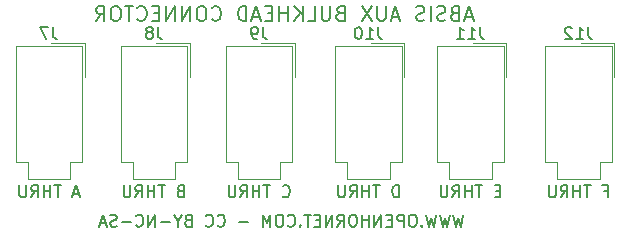
<source format=gbr>
%TF.GenerationSoftware,KiCad,Pcbnew,(5.1.9)-1*%
%TF.CreationDate,2021-11-14T17:32:34-07:00*%
%TF.ProjectId,ABSIS_AUX_Bulkhead_Connector,41425349-535f-4415-9558-5f42756c6b68,rev?*%
%TF.SameCoordinates,Original*%
%TF.FileFunction,Legend,Bot*%
%TF.FilePolarity,Positive*%
%FSLAX46Y46*%
G04 Gerber Fmt 4.6, Leading zero omitted, Abs format (unit mm)*
G04 Created by KiCad (PCBNEW (5.1.9)-1) date 2021-11-14 17:32:34*
%MOMM*%
%LPD*%
G01*
G04 APERTURE LIST*
%ADD10C,0.150000*%
%ADD11C,0.120000*%
G04 APERTURE END LIST*
D10*
X151294761Y-74128380D02*
X151056666Y-75128380D01*
X150866190Y-74414095D01*
X150675714Y-75128380D01*
X150437619Y-74128380D01*
X150151904Y-74128380D02*
X149913809Y-75128380D01*
X149723333Y-74414095D01*
X149532857Y-75128380D01*
X149294761Y-74128380D01*
X149009047Y-74128380D02*
X148770952Y-75128380D01*
X148580476Y-74414095D01*
X148390000Y-75128380D01*
X148151904Y-74128380D01*
X147770952Y-75033142D02*
X147723333Y-75080761D01*
X147770952Y-75128380D01*
X147818571Y-75080761D01*
X147770952Y-75033142D01*
X147770952Y-75128380D01*
X147104285Y-74128380D02*
X146913809Y-74128380D01*
X146818571Y-74176000D01*
X146723333Y-74271238D01*
X146675714Y-74461714D01*
X146675714Y-74795047D01*
X146723333Y-74985523D01*
X146818571Y-75080761D01*
X146913809Y-75128380D01*
X147104285Y-75128380D01*
X147199523Y-75080761D01*
X147294761Y-74985523D01*
X147342380Y-74795047D01*
X147342380Y-74461714D01*
X147294761Y-74271238D01*
X147199523Y-74176000D01*
X147104285Y-74128380D01*
X146247142Y-75128380D02*
X146247142Y-74128380D01*
X145866190Y-74128380D01*
X145770952Y-74176000D01*
X145723333Y-74223619D01*
X145675714Y-74318857D01*
X145675714Y-74461714D01*
X145723333Y-74556952D01*
X145770952Y-74604571D01*
X145866190Y-74652190D01*
X146247142Y-74652190D01*
X145247142Y-74604571D02*
X144913809Y-74604571D01*
X144770952Y-75128380D02*
X145247142Y-75128380D01*
X145247142Y-74128380D01*
X144770952Y-74128380D01*
X144342380Y-75128380D02*
X144342380Y-74128380D01*
X143770952Y-75128380D01*
X143770952Y-74128380D01*
X143294761Y-75128380D02*
X143294761Y-74128380D01*
X143294761Y-74604571D02*
X142723333Y-74604571D01*
X142723333Y-75128380D02*
X142723333Y-74128380D01*
X142056666Y-74128380D02*
X141866190Y-74128380D01*
X141770952Y-74176000D01*
X141675714Y-74271238D01*
X141628095Y-74461714D01*
X141628095Y-74795047D01*
X141675714Y-74985523D01*
X141770952Y-75080761D01*
X141866190Y-75128380D01*
X142056666Y-75128380D01*
X142151904Y-75080761D01*
X142247142Y-74985523D01*
X142294761Y-74795047D01*
X142294761Y-74461714D01*
X142247142Y-74271238D01*
X142151904Y-74176000D01*
X142056666Y-74128380D01*
X140628095Y-75128380D02*
X140961428Y-74652190D01*
X141199523Y-75128380D02*
X141199523Y-74128380D01*
X140818571Y-74128380D01*
X140723333Y-74176000D01*
X140675714Y-74223619D01*
X140628095Y-74318857D01*
X140628095Y-74461714D01*
X140675714Y-74556952D01*
X140723333Y-74604571D01*
X140818571Y-74652190D01*
X141199523Y-74652190D01*
X140199523Y-75128380D02*
X140199523Y-74128380D01*
X139628095Y-75128380D01*
X139628095Y-74128380D01*
X139151904Y-74604571D02*
X138818571Y-74604571D01*
X138675714Y-75128380D02*
X139151904Y-75128380D01*
X139151904Y-74128380D01*
X138675714Y-74128380D01*
X138390000Y-74128380D02*
X137818571Y-74128380D01*
X138104285Y-75128380D02*
X138104285Y-74128380D01*
X137485238Y-75033142D02*
X137437619Y-75080761D01*
X137485238Y-75128380D01*
X137532857Y-75080761D01*
X137485238Y-75033142D01*
X137485238Y-75128380D01*
X136437619Y-75033142D02*
X136485238Y-75080761D01*
X136628095Y-75128380D01*
X136723333Y-75128380D01*
X136866190Y-75080761D01*
X136961428Y-74985523D01*
X137009047Y-74890285D01*
X137056666Y-74699809D01*
X137056666Y-74556952D01*
X137009047Y-74366476D01*
X136961428Y-74271238D01*
X136866190Y-74176000D01*
X136723333Y-74128380D01*
X136628095Y-74128380D01*
X136485238Y-74176000D01*
X136437619Y-74223619D01*
X135818571Y-74128380D02*
X135628095Y-74128380D01*
X135532857Y-74176000D01*
X135437619Y-74271238D01*
X135390000Y-74461714D01*
X135390000Y-74795047D01*
X135437619Y-74985523D01*
X135532857Y-75080761D01*
X135628095Y-75128380D01*
X135818571Y-75128380D01*
X135913809Y-75080761D01*
X136009047Y-74985523D01*
X136056666Y-74795047D01*
X136056666Y-74461714D01*
X136009047Y-74271238D01*
X135913809Y-74176000D01*
X135818571Y-74128380D01*
X134961428Y-75128380D02*
X134961428Y-74128380D01*
X134628095Y-74842666D01*
X134294761Y-74128380D01*
X134294761Y-75128380D01*
X133056666Y-74747428D02*
X132294761Y-74747428D01*
X130485238Y-75033142D02*
X130532857Y-75080761D01*
X130675714Y-75128380D01*
X130770952Y-75128380D01*
X130913809Y-75080761D01*
X131009047Y-74985523D01*
X131056666Y-74890285D01*
X131104285Y-74699809D01*
X131104285Y-74556952D01*
X131056666Y-74366476D01*
X131009047Y-74271238D01*
X130913809Y-74176000D01*
X130770952Y-74128380D01*
X130675714Y-74128380D01*
X130532857Y-74176000D01*
X130485238Y-74223619D01*
X129485238Y-75033142D02*
X129532857Y-75080761D01*
X129675714Y-75128380D01*
X129770952Y-75128380D01*
X129913809Y-75080761D01*
X130009047Y-74985523D01*
X130056666Y-74890285D01*
X130104285Y-74699809D01*
X130104285Y-74556952D01*
X130056666Y-74366476D01*
X130009047Y-74271238D01*
X129913809Y-74176000D01*
X129770952Y-74128380D01*
X129675714Y-74128380D01*
X129532857Y-74176000D01*
X129485238Y-74223619D01*
X127961428Y-74604571D02*
X127818571Y-74652190D01*
X127770952Y-74699809D01*
X127723333Y-74795047D01*
X127723333Y-74937904D01*
X127770952Y-75033142D01*
X127818571Y-75080761D01*
X127913809Y-75128380D01*
X128294761Y-75128380D01*
X128294761Y-74128380D01*
X127961428Y-74128380D01*
X127866190Y-74176000D01*
X127818571Y-74223619D01*
X127770952Y-74318857D01*
X127770952Y-74414095D01*
X127818571Y-74509333D01*
X127866190Y-74556952D01*
X127961428Y-74604571D01*
X128294761Y-74604571D01*
X127104285Y-74652190D02*
X127104285Y-75128380D01*
X127437619Y-74128380D02*
X127104285Y-74652190D01*
X126770952Y-74128380D01*
X126437619Y-74747428D02*
X125675714Y-74747428D01*
X125199523Y-75128380D02*
X125199523Y-74128380D01*
X124628095Y-75128380D01*
X124628095Y-74128380D01*
X123580476Y-75033142D02*
X123628095Y-75080761D01*
X123770952Y-75128380D01*
X123866190Y-75128380D01*
X124009047Y-75080761D01*
X124104285Y-74985523D01*
X124151904Y-74890285D01*
X124199523Y-74699809D01*
X124199523Y-74556952D01*
X124151904Y-74366476D01*
X124104285Y-74271238D01*
X124009047Y-74176000D01*
X123866190Y-74128380D01*
X123770952Y-74128380D01*
X123628095Y-74176000D01*
X123580476Y-74223619D01*
X123151904Y-74747428D02*
X122390000Y-74747428D01*
X121961428Y-75080761D02*
X121818571Y-75128380D01*
X121580476Y-75128380D01*
X121485238Y-75080761D01*
X121437619Y-75033142D01*
X121390000Y-74937904D01*
X121390000Y-74842666D01*
X121437619Y-74747428D01*
X121485238Y-74699809D01*
X121580476Y-74652190D01*
X121770952Y-74604571D01*
X121866190Y-74556952D01*
X121913809Y-74509333D01*
X121961428Y-74414095D01*
X121961428Y-74318857D01*
X121913809Y-74223619D01*
X121866190Y-74176000D01*
X121770952Y-74128380D01*
X121532857Y-74128380D01*
X121390000Y-74176000D01*
X121009047Y-74842666D02*
X120532857Y-74842666D01*
X121104285Y-75128380D02*
X120770952Y-74128380D01*
X120437619Y-75128380D01*
X152096380Y-57358333D02*
X151501142Y-57358333D01*
X152215428Y-57715476D02*
X151798761Y-56465476D01*
X151382095Y-57715476D01*
X150548761Y-57060714D02*
X150370190Y-57120238D01*
X150310666Y-57179761D01*
X150251142Y-57298809D01*
X150251142Y-57477380D01*
X150310666Y-57596428D01*
X150370190Y-57655952D01*
X150489238Y-57715476D01*
X150965428Y-57715476D01*
X150965428Y-56465476D01*
X150548761Y-56465476D01*
X150429714Y-56525000D01*
X150370190Y-56584523D01*
X150310666Y-56703571D01*
X150310666Y-56822619D01*
X150370190Y-56941666D01*
X150429714Y-57001190D01*
X150548761Y-57060714D01*
X150965428Y-57060714D01*
X149774952Y-57655952D02*
X149596380Y-57715476D01*
X149298761Y-57715476D01*
X149179714Y-57655952D01*
X149120190Y-57596428D01*
X149060666Y-57477380D01*
X149060666Y-57358333D01*
X149120190Y-57239285D01*
X149179714Y-57179761D01*
X149298761Y-57120238D01*
X149536857Y-57060714D01*
X149655904Y-57001190D01*
X149715428Y-56941666D01*
X149774952Y-56822619D01*
X149774952Y-56703571D01*
X149715428Y-56584523D01*
X149655904Y-56525000D01*
X149536857Y-56465476D01*
X149239238Y-56465476D01*
X149060666Y-56525000D01*
X148524952Y-57715476D02*
X148524952Y-56465476D01*
X147989238Y-57655952D02*
X147810666Y-57715476D01*
X147513047Y-57715476D01*
X147394000Y-57655952D01*
X147334476Y-57596428D01*
X147274952Y-57477380D01*
X147274952Y-57358333D01*
X147334476Y-57239285D01*
X147394000Y-57179761D01*
X147513047Y-57120238D01*
X147751142Y-57060714D01*
X147870190Y-57001190D01*
X147929714Y-56941666D01*
X147989238Y-56822619D01*
X147989238Y-56703571D01*
X147929714Y-56584523D01*
X147870190Y-56525000D01*
X147751142Y-56465476D01*
X147453523Y-56465476D01*
X147274952Y-56525000D01*
X145846380Y-57358333D02*
X145251142Y-57358333D01*
X145965428Y-57715476D02*
X145548761Y-56465476D01*
X145132095Y-57715476D01*
X144715428Y-56465476D02*
X144715428Y-57477380D01*
X144655904Y-57596428D01*
X144596380Y-57655952D01*
X144477333Y-57715476D01*
X144239238Y-57715476D01*
X144120190Y-57655952D01*
X144060666Y-57596428D01*
X144001142Y-57477380D01*
X144001142Y-56465476D01*
X143524952Y-56465476D02*
X142691619Y-57715476D01*
X142691619Y-56465476D02*
X143524952Y-57715476D01*
X140846380Y-57060714D02*
X140667809Y-57120238D01*
X140608285Y-57179761D01*
X140548761Y-57298809D01*
X140548761Y-57477380D01*
X140608285Y-57596428D01*
X140667809Y-57655952D01*
X140786857Y-57715476D01*
X141263047Y-57715476D01*
X141263047Y-56465476D01*
X140846380Y-56465476D01*
X140727333Y-56525000D01*
X140667809Y-56584523D01*
X140608285Y-56703571D01*
X140608285Y-56822619D01*
X140667809Y-56941666D01*
X140727333Y-57001190D01*
X140846380Y-57060714D01*
X141263047Y-57060714D01*
X140013047Y-56465476D02*
X140013047Y-57477380D01*
X139953523Y-57596428D01*
X139894000Y-57655952D01*
X139774952Y-57715476D01*
X139536857Y-57715476D01*
X139417809Y-57655952D01*
X139358285Y-57596428D01*
X139298761Y-57477380D01*
X139298761Y-56465476D01*
X138108285Y-57715476D02*
X138703523Y-57715476D01*
X138703523Y-56465476D01*
X137691619Y-57715476D02*
X137691619Y-56465476D01*
X136977333Y-57715476D02*
X137513047Y-57001190D01*
X136977333Y-56465476D02*
X137691619Y-57179761D01*
X136441619Y-57715476D02*
X136441619Y-56465476D01*
X136441619Y-57060714D02*
X135727333Y-57060714D01*
X135727333Y-57715476D02*
X135727333Y-56465476D01*
X135132095Y-57060714D02*
X134715428Y-57060714D01*
X134536857Y-57715476D02*
X135132095Y-57715476D01*
X135132095Y-56465476D01*
X134536857Y-56465476D01*
X134060666Y-57358333D02*
X133465428Y-57358333D01*
X134179714Y-57715476D02*
X133763047Y-56465476D01*
X133346380Y-57715476D01*
X132929714Y-57715476D02*
X132929714Y-56465476D01*
X132632095Y-56465476D01*
X132453523Y-56525000D01*
X132334476Y-56644047D01*
X132274952Y-56763095D01*
X132215428Y-57001190D01*
X132215428Y-57179761D01*
X132274952Y-57417857D01*
X132334476Y-57536904D01*
X132453523Y-57655952D01*
X132632095Y-57715476D01*
X132929714Y-57715476D01*
X130013047Y-57596428D02*
X130072571Y-57655952D01*
X130251142Y-57715476D01*
X130370190Y-57715476D01*
X130548761Y-57655952D01*
X130667809Y-57536904D01*
X130727333Y-57417857D01*
X130786857Y-57179761D01*
X130786857Y-57001190D01*
X130727333Y-56763095D01*
X130667809Y-56644047D01*
X130548761Y-56525000D01*
X130370190Y-56465476D01*
X130251142Y-56465476D01*
X130072571Y-56525000D01*
X130013047Y-56584523D01*
X129239238Y-56465476D02*
X129001142Y-56465476D01*
X128882095Y-56525000D01*
X128763047Y-56644047D01*
X128703523Y-56882142D01*
X128703523Y-57298809D01*
X128763047Y-57536904D01*
X128882095Y-57655952D01*
X129001142Y-57715476D01*
X129239238Y-57715476D01*
X129358285Y-57655952D01*
X129477333Y-57536904D01*
X129536857Y-57298809D01*
X129536857Y-56882142D01*
X129477333Y-56644047D01*
X129358285Y-56525000D01*
X129239238Y-56465476D01*
X128167809Y-57715476D02*
X128167809Y-56465476D01*
X127453523Y-57715476D01*
X127453523Y-56465476D01*
X126858285Y-57715476D02*
X126858285Y-56465476D01*
X126144000Y-57715476D01*
X126144000Y-56465476D01*
X125548761Y-57060714D02*
X125132095Y-57060714D01*
X124953523Y-57715476D02*
X125548761Y-57715476D01*
X125548761Y-56465476D01*
X124953523Y-56465476D01*
X123703523Y-57596428D02*
X123763047Y-57655952D01*
X123941619Y-57715476D01*
X124060666Y-57715476D01*
X124239238Y-57655952D01*
X124358285Y-57536904D01*
X124417809Y-57417857D01*
X124477333Y-57179761D01*
X124477333Y-57001190D01*
X124417809Y-56763095D01*
X124358285Y-56644047D01*
X124239238Y-56525000D01*
X124060666Y-56465476D01*
X123941619Y-56465476D01*
X123763047Y-56525000D01*
X123703523Y-56584523D01*
X123346380Y-56465476D02*
X122632095Y-56465476D01*
X122989238Y-57715476D02*
X122989238Y-56465476D01*
X121977333Y-56465476D02*
X121739238Y-56465476D01*
X121620190Y-56525000D01*
X121501142Y-56644047D01*
X121441619Y-56882142D01*
X121441619Y-57298809D01*
X121501142Y-57536904D01*
X121620190Y-57655952D01*
X121739238Y-57715476D01*
X121977333Y-57715476D01*
X122096380Y-57655952D01*
X122215428Y-57536904D01*
X122274952Y-57298809D01*
X122274952Y-56882142D01*
X122215428Y-56644047D01*
X122096380Y-56525000D01*
X121977333Y-56465476D01*
X120191619Y-57715476D02*
X120608285Y-57120238D01*
X120905904Y-57715476D02*
X120905904Y-56465476D01*
X120429714Y-56465476D01*
X120310666Y-56525000D01*
X120251142Y-56584523D01*
X120191619Y-56703571D01*
X120191619Y-56882142D01*
X120251142Y-57001190D01*
X120310666Y-57060714D01*
X120429714Y-57120238D01*
X120905904Y-57120238D01*
D11*
%TO.C,J12*%
X164086000Y-59630000D02*
X164086000Y-62480000D01*
X161236000Y-59630000D02*
X164086000Y-59630000D01*
X159226000Y-71090000D02*
X161036000Y-71090000D01*
X159226000Y-69690000D02*
X159226000Y-71090000D01*
X158226000Y-69690000D02*
X159226000Y-69690000D01*
X158226000Y-59870000D02*
X158226000Y-69690000D01*
X161036000Y-59870000D02*
X158226000Y-59870000D01*
X162846000Y-71090000D02*
X161036000Y-71090000D01*
X162846000Y-69690000D02*
X162846000Y-71090000D01*
X163846000Y-69690000D02*
X162846000Y-69690000D01*
X163846000Y-59870000D02*
X163846000Y-69690000D01*
X161036000Y-59870000D02*
X163846000Y-59870000D01*
%TO.C,J11*%
X154942000Y-59630000D02*
X154942000Y-62480000D01*
X152092000Y-59630000D02*
X154942000Y-59630000D01*
X150082000Y-71090000D02*
X151892000Y-71090000D01*
X150082000Y-69690000D02*
X150082000Y-71090000D01*
X149082000Y-69690000D02*
X150082000Y-69690000D01*
X149082000Y-59870000D02*
X149082000Y-69690000D01*
X151892000Y-59870000D02*
X149082000Y-59870000D01*
X153702000Y-71090000D02*
X151892000Y-71090000D01*
X153702000Y-69690000D02*
X153702000Y-71090000D01*
X154702000Y-69690000D02*
X153702000Y-69690000D01*
X154702000Y-59870000D02*
X154702000Y-69690000D01*
X151892000Y-59870000D02*
X154702000Y-59870000D01*
%TO.C,J10*%
X146306000Y-59630000D02*
X146306000Y-62480000D01*
X143456000Y-59630000D02*
X146306000Y-59630000D01*
X141446000Y-71090000D02*
X143256000Y-71090000D01*
X141446000Y-69690000D02*
X141446000Y-71090000D01*
X140446000Y-69690000D02*
X141446000Y-69690000D01*
X140446000Y-59870000D02*
X140446000Y-69690000D01*
X143256000Y-59870000D02*
X140446000Y-59870000D01*
X145066000Y-71090000D02*
X143256000Y-71090000D01*
X145066000Y-69690000D02*
X145066000Y-71090000D01*
X146066000Y-69690000D02*
X145066000Y-69690000D01*
X146066000Y-59870000D02*
X146066000Y-69690000D01*
X143256000Y-59870000D02*
X146066000Y-59870000D01*
%TO.C,J9*%
X137035000Y-59630000D02*
X137035000Y-62480000D01*
X134185000Y-59630000D02*
X137035000Y-59630000D01*
X132175000Y-71090000D02*
X133985000Y-71090000D01*
X132175000Y-69690000D02*
X132175000Y-71090000D01*
X131175000Y-69690000D02*
X132175000Y-69690000D01*
X131175000Y-59870000D02*
X131175000Y-69690000D01*
X133985000Y-59870000D02*
X131175000Y-59870000D01*
X135795000Y-71090000D02*
X133985000Y-71090000D01*
X135795000Y-69690000D02*
X135795000Y-71090000D01*
X136795000Y-69690000D02*
X135795000Y-69690000D01*
X136795000Y-59870000D02*
X136795000Y-69690000D01*
X133985000Y-59870000D02*
X136795000Y-59870000D01*
%TO.C,J8*%
X128145000Y-59630000D02*
X128145000Y-62480000D01*
X125295000Y-59630000D02*
X128145000Y-59630000D01*
X123285000Y-71090000D02*
X125095000Y-71090000D01*
X123285000Y-69690000D02*
X123285000Y-71090000D01*
X122285000Y-69690000D02*
X123285000Y-69690000D01*
X122285000Y-59870000D02*
X122285000Y-69690000D01*
X125095000Y-59870000D02*
X122285000Y-59870000D01*
X126905000Y-71090000D02*
X125095000Y-71090000D01*
X126905000Y-69690000D02*
X126905000Y-71090000D01*
X127905000Y-69690000D02*
X126905000Y-69690000D01*
X127905000Y-59870000D02*
X127905000Y-69690000D01*
X125095000Y-59870000D02*
X127905000Y-59870000D01*
%TO.C,J7*%
X119255000Y-59630000D02*
X119255000Y-62480000D01*
X116405000Y-59630000D02*
X119255000Y-59630000D01*
X114395000Y-71090000D02*
X116205000Y-71090000D01*
X114395000Y-69690000D02*
X114395000Y-71090000D01*
X113395000Y-69690000D02*
X114395000Y-69690000D01*
X113395000Y-59870000D02*
X113395000Y-69690000D01*
X116205000Y-59870000D02*
X113395000Y-59870000D01*
X118015000Y-71090000D02*
X116205000Y-71090000D01*
X118015000Y-69690000D02*
X118015000Y-71090000D01*
X119015000Y-69690000D02*
X118015000Y-69690000D01*
X119015000Y-59870000D02*
X119015000Y-69690000D01*
X116205000Y-59870000D02*
X119015000Y-59870000D01*
%TO.C,J12*%
D10*
X161845523Y-58232380D02*
X161845523Y-58946666D01*
X161893142Y-59089523D01*
X161988380Y-59184761D01*
X162131238Y-59232380D01*
X162226476Y-59232380D01*
X160845523Y-59232380D02*
X161416952Y-59232380D01*
X161131238Y-59232380D02*
X161131238Y-58232380D01*
X161226476Y-58375238D01*
X161321714Y-58470476D01*
X161416952Y-58518095D01*
X160464571Y-58327619D02*
X160416952Y-58280000D01*
X160321714Y-58232380D01*
X160083619Y-58232380D01*
X159988380Y-58280000D01*
X159940761Y-58327619D01*
X159893142Y-58422857D01*
X159893142Y-58518095D01*
X159940761Y-58660952D01*
X160512190Y-59232380D01*
X159893142Y-59232380D01*
X163202666Y-72108571D02*
X163536000Y-72108571D01*
X163536000Y-72632380D02*
X163536000Y-71632380D01*
X163059809Y-71632380D01*
X162059809Y-71632380D02*
X161488380Y-71632380D01*
X161774095Y-72632380D02*
X161774095Y-71632380D01*
X161155047Y-72632380D02*
X161155047Y-71632380D01*
X161155047Y-72108571D02*
X160583619Y-72108571D01*
X160583619Y-72632380D02*
X160583619Y-71632380D01*
X159536000Y-72632380D02*
X159869333Y-72156190D01*
X160107428Y-72632380D02*
X160107428Y-71632380D01*
X159726476Y-71632380D01*
X159631238Y-71680000D01*
X159583619Y-71727619D01*
X159536000Y-71822857D01*
X159536000Y-71965714D01*
X159583619Y-72060952D01*
X159631238Y-72108571D01*
X159726476Y-72156190D01*
X160107428Y-72156190D01*
X159107428Y-71632380D02*
X159107428Y-72441904D01*
X159059809Y-72537142D01*
X159012190Y-72584761D01*
X158916952Y-72632380D01*
X158726476Y-72632380D01*
X158631238Y-72584761D01*
X158583619Y-72537142D01*
X158536000Y-72441904D01*
X158536000Y-71632380D01*
%TO.C,J11*%
X152701523Y-58232380D02*
X152701523Y-58946666D01*
X152749142Y-59089523D01*
X152844380Y-59184761D01*
X152987238Y-59232380D01*
X153082476Y-59232380D01*
X151701523Y-59232380D02*
X152272952Y-59232380D01*
X151987238Y-59232380D02*
X151987238Y-58232380D01*
X152082476Y-58375238D01*
X152177714Y-58470476D01*
X152272952Y-58518095D01*
X150749142Y-59232380D02*
X151320571Y-59232380D01*
X151034857Y-59232380D02*
X151034857Y-58232380D01*
X151130095Y-58375238D01*
X151225333Y-58470476D01*
X151320571Y-58518095D01*
X154415809Y-72108571D02*
X154082476Y-72108571D01*
X153939619Y-72632380D02*
X154415809Y-72632380D01*
X154415809Y-71632380D01*
X153939619Y-71632380D01*
X152891999Y-71632380D02*
X152320571Y-71632380D01*
X152606285Y-72632380D02*
X152606285Y-71632380D01*
X151987238Y-72632380D02*
X151987238Y-71632380D01*
X151987238Y-72108571D02*
X151415809Y-72108571D01*
X151415809Y-72632380D02*
X151415809Y-71632380D01*
X150368190Y-72632380D02*
X150701523Y-72156190D01*
X150939619Y-72632380D02*
X150939619Y-71632380D01*
X150558666Y-71632380D01*
X150463428Y-71680000D01*
X150415809Y-71727619D01*
X150368190Y-71822857D01*
X150368190Y-71965714D01*
X150415809Y-72060952D01*
X150463428Y-72108571D01*
X150558666Y-72156190D01*
X150939619Y-72156190D01*
X149939619Y-71632380D02*
X149939619Y-72441904D01*
X149891999Y-72537142D01*
X149844380Y-72584761D01*
X149749142Y-72632380D01*
X149558666Y-72632380D01*
X149463428Y-72584761D01*
X149415809Y-72537142D01*
X149368190Y-72441904D01*
X149368190Y-71632380D01*
%TO.C,J10*%
X144065523Y-58232380D02*
X144065523Y-58946666D01*
X144113142Y-59089523D01*
X144208380Y-59184761D01*
X144351238Y-59232380D01*
X144446476Y-59232380D01*
X143065523Y-59232380D02*
X143636952Y-59232380D01*
X143351238Y-59232380D02*
X143351238Y-58232380D01*
X143446476Y-58375238D01*
X143541714Y-58470476D01*
X143636952Y-58518095D01*
X142446476Y-58232380D02*
X142351238Y-58232380D01*
X142256000Y-58280000D01*
X142208380Y-58327619D01*
X142160761Y-58422857D01*
X142113142Y-58613333D01*
X142113142Y-58851428D01*
X142160761Y-59041904D01*
X142208380Y-59137142D01*
X142256000Y-59184761D01*
X142351238Y-59232380D01*
X142446476Y-59232380D01*
X142541714Y-59184761D01*
X142589333Y-59137142D01*
X142636952Y-59041904D01*
X142684571Y-58851428D01*
X142684571Y-58613333D01*
X142636952Y-58422857D01*
X142589333Y-58327619D01*
X142541714Y-58280000D01*
X142446476Y-58232380D01*
X145827428Y-72632380D02*
X145827428Y-71632380D01*
X145589333Y-71632380D01*
X145446476Y-71680000D01*
X145351238Y-71775238D01*
X145303619Y-71870476D01*
X145256000Y-72060952D01*
X145256000Y-72203809D01*
X145303619Y-72394285D01*
X145351238Y-72489523D01*
X145446476Y-72584761D01*
X145589333Y-72632380D01*
X145827428Y-72632380D01*
X144208380Y-71632380D02*
X143636952Y-71632380D01*
X143922666Y-72632380D02*
X143922666Y-71632380D01*
X143303619Y-72632380D02*
X143303619Y-71632380D01*
X143303619Y-72108571D02*
X142732190Y-72108571D01*
X142732190Y-72632380D02*
X142732190Y-71632380D01*
X141684571Y-72632380D02*
X142017904Y-72156190D01*
X142256000Y-72632380D02*
X142256000Y-71632380D01*
X141875047Y-71632380D01*
X141779809Y-71680000D01*
X141732190Y-71727619D01*
X141684571Y-71822857D01*
X141684571Y-71965714D01*
X141732190Y-72060952D01*
X141779809Y-72108571D01*
X141875047Y-72156190D01*
X142256000Y-72156190D01*
X141256000Y-71632380D02*
X141256000Y-72441904D01*
X141208380Y-72537142D01*
X141160761Y-72584761D01*
X141065523Y-72632380D01*
X140875047Y-72632380D01*
X140779809Y-72584761D01*
X140732190Y-72537142D01*
X140684571Y-72441904D01*
X140684571Y-71632380D01*
%TO.C,J9*%
X134318333Y-58232380D02*
X134318333Y-58946666D01*
X134365952Y-59089523D01*
X134461190Y-59184761D01*
X134604047Y-59232380D01*
X134699285Y-59232380D01*
X133794523Y-59232380D02*
X133604047Y-59232380D01*
X133508809Y-59184761D01*
X133461190Y-59137142D01*
X133365952Y-58994285D01*
X133318333Y-58803809D01*
X133318333Y-58422857D01*
X133365952Y-58327619D01*
X133413571Y-58280000D01*
X133508809Y-58232380D01*
X133699285Y-58232380D01*
X133794523Y-58280000D01*
X133842142Y-58327619D01*
X133889761Y-58422857D01*
X133889761Y-58660952D01*
X133842142Y-58756190D01*
X133794523Y-58803809D01*
X133699285Y-58851428D01*
X133508809Y-58851428D01*
X133413571Y-58803809D01*
X133365952Y-58756190D01*
X133318333Y-58660952D01*
X135985000Y-72537142D02*
X136032619Y-72584761D01*
X136175476Y-72632380D01*
X136270714Y-72632380D01*
X136413571Y-72584761D01*
X136508809Y-72489523D01*
X136556428Y-72394285D01*
X136604047Y-72203809D01*
X136604047Y-72060952D01*
X136556428Y-71870476D01*
X136508809Y-71775238D01*
X136413571Y-71680000D01*
X136270714Y-71632380D01*
X136175476Y-71632380D01*
X136032619Y-71680000D01*
X135985000Y-71727619D01*
X134937380Y-71632380D02*
X134365952Y-71632380D01*
X134651666Y-72632380D02*
X134651666Y-71632380D01*
X134032619Y-72632380D02*
X134032619Y-71632380D01*
X134032619Y-72108571D02*
X133461190Y-72108571D01*
X133461190Y-72632380D02*
X133461190Y-71632380D01*
X132413571Y-72632380D02*
X132746904Y-72156190D01*
X132985000Y-72632380D02*
X132985000Y-71632380D01*
X132604047Y-71632380D01*
X132508809Y-71680000D01*
X132461190Y-71727619D01*
X132413571Y-71822857D01*
X132413571Y-71965714D01*
X132461190Y-72060952D01*
X132508809Y-72108571D01*
X132604047Y-72156190D01*
X132985000Y-72156190D01*
X131985000Y-71632380D02*
X131985000Y-72441904D01*
X131937380Y-72537142D01*
X131889761Y-72584761D01*
X131794523Y-72632380D01*
X131604047Y-72632380D01*
X131508809Y-72584761D01*
X131461190Y-72537142D01*
X131413571Y-72441904D01*
X131413571Y-71632380D01*
%TO.C,J8*%
X125428333Y-58232380D02*
X125428333Y-58946666D01*
X125475952Y-59089523D01*
X125571190Y-59184761D01*
X125714047Y-59232380D01*
X125809285Y-59232380D01*
X124809285Y-58660952D02*
X124904523Y-58613333D01*
X124952142Y-58565714D01*
X124999761Y-58470476D01*
X124999761Y-58422857D01*
X124952142Y-58327619D01*
X124904523Y-58280000D01*
X124809285Y-58232380D01*
X124618809Y-58232380D01*
X124523571Y-58280000D01*
X124475952Y-58327619D01*
X124428333Y-58422857D01*
X124428333Y-58470476D01*
X124475952Y-58565714D01*
X124523571Y-58613333D01*
X124618809Y-58660952D01*
X124809285Y-58660952D01*
X124904523Y-58708571D01*
X124952142Y-58756190D01*
X124999761Y-58851428D01*
X124999761Y-59041904D01*
X124952142Y-59137142D01*
X124904523Y-59184761D01*
X124809285Y-59232380D01*
X124618809Y-59232380D01*
X124523571Y-59184761D01*
X124475952Y-59137142D01*
X124428333Y-59041904D01*
X124428333Y-58851428D01*
X124475952Y-58756190D01*
X124523571Y-58708571D01*
X124618809Y-58660952D01*
X127333095Y-72108571D02*
X127190238Y-72156190D01*
X127142619Y-72203809D01*
X127095000Y-72299047D01*
X127095000Y-72441904D01*
X127142619Y-72537142D01*
X127190238Y-72584761D01*
X127285476Y-72632380D01*
X127666428Y-72632380D01*
X127666428Y-71632380D01*
X127333095Y-71632380D01*
X127237857Y-71680000D01*
X127190238Y-71727619D01*
X127142619Y-71822857D01*
X127142619Y-71918095D01*
X127190238Y-72013333D01*
X127237857Y-72060952D01*
X127333095Y-72108571D01*
X127666428Y-72108571D01*
X126047380Y-71632380D02*
X125475952Y-71632380D01*
X125761666Y-72632380D02*
X125761666Y-71632380D01*
X125142619Y-72632380D02*
X125142619Y-71632380D01*
X125142619Y-72108571D02*
X124571190Y-72108571D01*
X124571190Y-72632380D02*
X124571190Y-71632380D01*
X123523571Y-72632380D02*
X123856904Y-72156190D01*
X124095000Y-72632380D02*
X124095000Y-71632380D01*
X123714047Y-71632380D01*
X123618809Y-71680000D01*
X123571190Y-71727619D01*
X123523571Y-71822857D01*
X123523571Y-71965714D01*
X123571190Y-72060952D01*
X123618809Y-72108571D01*
X123714047Y-72156190D01*
X124095000Y-72156190D01*
X123095000Y-71632380D02*
X123095000Y-72441904D01*
X123047380Y-72537142D01*
X122999761Y-72584761D01*
X122904523Y-72632380D01*
X122714047Y-72632380D01*
X122618809Y-72584761D01*
X122571190Y-72537142D01*
X122523571Y-72441904D01*
X122523571Y-71632380D01*
%TO.C,J7*%
X116538333Y-58232380D02*
X116538333Y-58946666D01*
X116585952Y-59089523D01*
X116681190Y-59184761D01*
X116824047Y-59232380D01*
X116919285Y-59232380D01*
X116157380Y-58232380D02*
X115490714Y-58232380D01*
X115919285Y-59232380D01*
X118752619Y-72346666D02*
X118276428Y-72346666D01*
X118847857Y-72632380D02*
X118514523Y-71632380D01*
X118181190Y-72632380D01*
X117228809Y-71632380D02*
X116657380Y-71632380D01*
X116943095Y-72632380D02*
X116943095Y-71632380D01*
X116324047Y-72632380D02*
X116324047Y-71632380D01*
X116324047Y-72108571D02*
X115752619Y-72108571D01*
X115752619Y-72632380D02*
X115752619Y-71632380D01*
X114705000Y-72632380D02*
X115038333Y-72156190D01*
X115276428Y-72632380D02*
X115276428Y-71632380D01*
X114895476Y-71632380D01*
X114800238Y-71680000D01*
X114752619Y-71727619D01*
X114705000Y-71822857D01*
X114705000Y-71965714D01*
X114752619Y-72060952D01*
X114800238Y-72108571D01*
X114895476Y-72156190D01*
X115276428Y-72156190D01*
X114276428Y-71632380D02*
X114276428Y-72441904D01*
X114228809Y-72537142D01*
X114181190Y-72584761D01*
X114085952Y-72632380D01*
X113895476Y-72632380D01*
X113800238Y-72584761D01*
X113752619Y-72537142D01*
X113705000Y-72441904D01*
X113705000Y-71632380D01*
%TD*%
M02*

</source>
